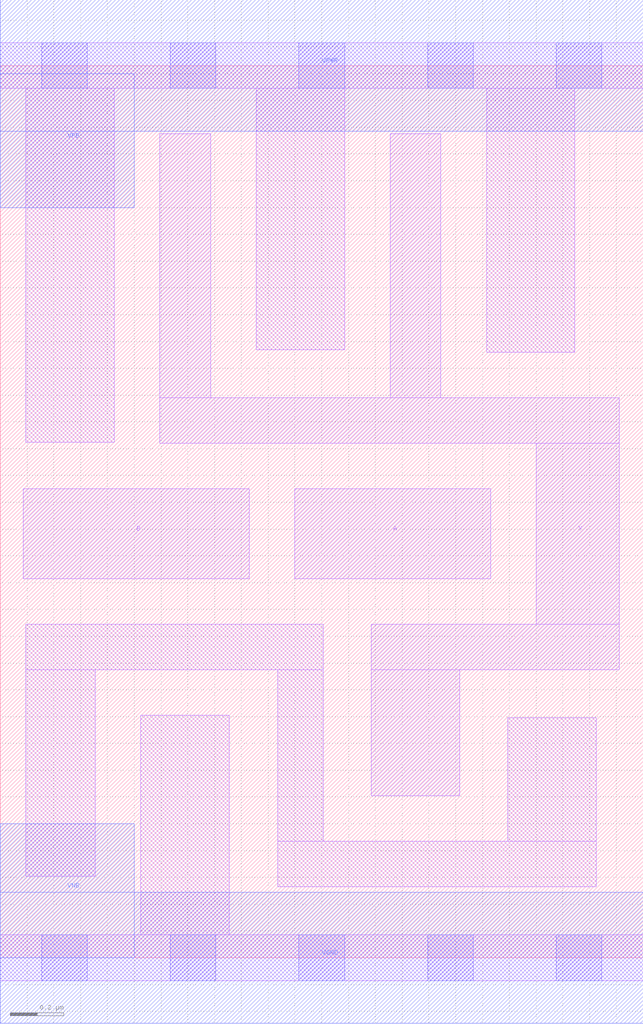
<source format=lef>
# Copyright 2020 The SkyWater PDK Authors
#
# Licensed under the Apache License, Version 2.0 (the "License");
# you may not use this file except in compliance with the License.
# You may obtain a copy of the License at
#
#     https://www.apache.org/licenses/LICENSE-2.0
#
# Unless required by applicable law or agreed to in writing, software
# distributed under the License is distributed on an "AS IS" BASIS,
# WITHOUT WARRANTIES OR CONDITIONS OF ANY KIND, either express or implied.
# See the License for the specific language governing permissions and
# limitations under the License.
#
# SPDX-License-Identifier: Apache-2.0

VERSION 5.5 ;
NAMESCASESENSITIVE ON ;
BUSBITCHARS "[]" ;
DIVIDERCHAR "/" ;
MACRO sky130_fd_sc_lp__nand2_2
  CLASS CORE ;
  SOURCE USER ;
  ORIGIN  0.000000  0.000000 ;
  SIZE  2.400000 BY  3.330000 ;
  SYMMETRY X Y R90 ;
  SITE unit ;
  PIN A
    ANTENNAGATEAREA  0.630000 ;
    DIRECTION INPUT ;
    USE SIGNAL ;
    PORT
      LAYER li1 ;
        RECT 1.100000 1.415000 1.830000 1.750000 ;
    END
  END A
  PIN B
    ANTENNAGATEAREA  0.630000 ;
    DIRECTION INPUT ;
    USE SIGNAL ;
    PORT
      LAYER li1 ;
        RECT 0.085000 1.415000 0.930000 1.750000 ;
    END
  END B
  PIN Y
    ANTENNADIFFAREA  0.940800 ;
    DIRECTION OUTPUT ;
    USE SIGNAL ;
    PORT
      LAYER li1 ;
        RECT 0.595000 1.920000 2.310000 2.090000 ;
        RECT 0.595000 2.090000 0.785000 3.075000 ;
        RECT 1.385000 0.605000 1.715000 1.075000 ;
        RECT 1.385000 1.075000 2.310000 1.245000 ;
        RECT 1.455000 2.090000 1.645000 3.075000 ;
        RECT 2.000000 1.245000 2.310000 1.920000 ;
    END
  END Y
  PIN VGND
    DIRECTION INOUT ;
    USE GROUND ;
    PORT
      LAYER met1 ;
        RECT 0.000000 -0.245000 2.400000 0.245000 ;
    END
  END VGND
  PIN VNB
    DIRECTION INOUT ;
    USE GROUND ;
    PORT
      LAYER met1 ;
        RECT 0.000000 0.000000 0.500000 0.500000 ;
    END
  END VNB
  PIN VPB
    DIRECTION INOUT ;
    USE POWER ;
    PORT
      LAYER met1 ;
        RECT 0.000000 2.800000 0.500000 3.300000 ;
    END
  END VPB
  PIN VPWR
    DIRECTION INOUT ;
    USE POWER ;
    PORT
      LAYER met1 ;
        RECT 0.000000 3.085000 2.400000 3.575000 ;
    END
  END VPWR
  OBS
    LAYER li1 ;
      RECT 0.000000 -0.085000 2.400000 0.085000 ;
      RECT 0.000000  3.245000 2.400000 3.415000 ;
      RECT 0.095000  0.305000 0.355000 1.075000 ;
      RECT 0.095000  1.075000 1.205000 1.245000 ;
      RECT 0.095000  1.925000 0.425000 3.245000 ;
      RECT 0.525000  0.085000 0.855000 0.905000 ;
      RECT 0.955000  2.270000 1.285000 3.245000 ;
      RECT 1.035000  0.265000 2.225000 0.435000 ;
      RECT 1.035000  0.435000 1.205000 1.075000 ;
      RECT 1.815000  2.260000 2.145000 3.245000 ;
      RECT 1.895000  0.435000 2.225000 0.895000 ;
    LAYER mcon ;
      RECT 0.155000 -0.085000 0.325000 0.085000 ;
      RECT 0.155000  3.245000 0.325000 3.415000 ;
      RECT 0.635000 -0.085000 0.805000 0.085000 ;
      RECT 0.635000  3.245000 0.805000 3.415000 ;
      RECT 1.115000 -0.085000 1.285000 0.085000 ;
      RECT 1.115000  3.245000 1.285000 3.415000 ;
      RECT 1.595000 -0.085000 1.765000 0.085000 ;
      RECT 1.595000  3.245000 1.765000 3.415000 ;
      RECT 2.075000 -0.085000 2.245000 0.085000 ;
      RECT 2.075000  3.245000 2.245000 3.415000 ;
  END
END sky130_fd_sc_lp__nand2_2
END LIBRARY

</source>
